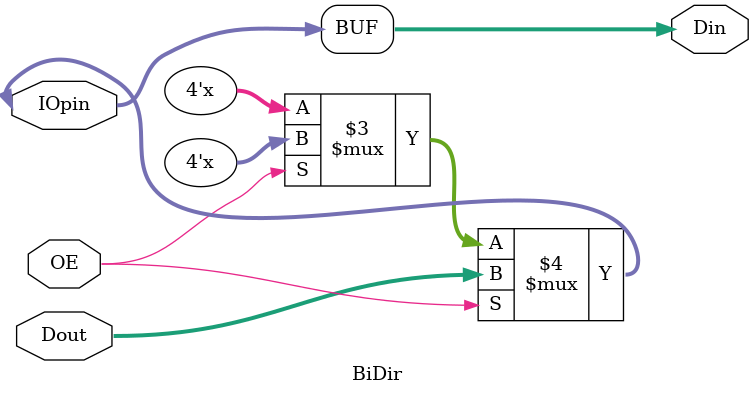
<source format=v>
/***************************************************
* File: bi_dir.v
* Author: Andrei Belov
* Class: EE 271
* Module: BiDir
* Description: Bi-directional bus
****************************************************/

module BiDir
    (
        output wire[3:0] Din,
        input wire[3:0] Dout,
        input wire OE,
        inout wire[3:0] IOpin
    );
    assign Din = IOpin;
    assign IOpin = (OE == 1) ? Dout:(OE == 0) ? 4'bz:4'bx;
endmodule

</source>
